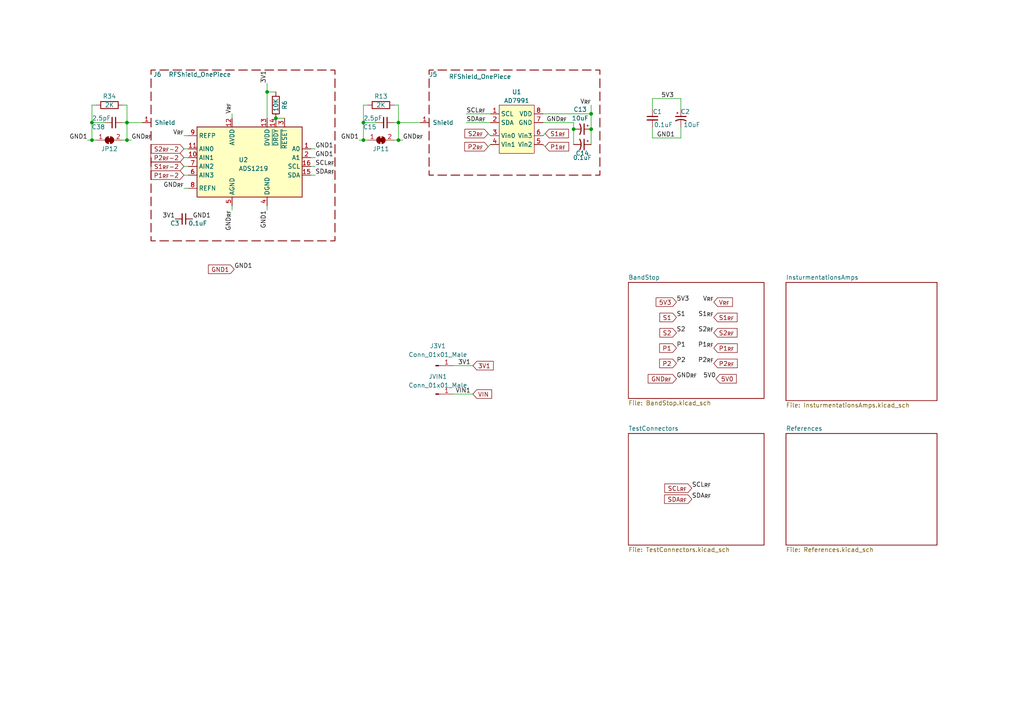
<source format=kicad_sch>
(kicad_sch (version 20211123) (generator eeschema)
  (paper "A4")
  (lib_symbols
    (symbol "ADS1219:ADS1219"
      (property "Reference" "U" (at 0 1.27 0))
      (property "Value" "ADS1219" (at 0 -1.27 0))
      (symbol "ADS1219_0_1"
        (rectangle (start -15.24 10.16) (end 15.24 -10.16) (stroke (width 0.254)) (fill (type background)))
      )
      (symbol "ADS1219_1_1"
        (pin input line (at 17.78 3.81 180) (length 2.54) (name "A0") (number "1"))
        (pin input line (at -17.78 1.27 0) (length 2.54) (name "AIN1") (number "10"))
        (pin input line (at -17.78 3.81 0) (length 2.54) (name "AIN0") (number "11"))
        (pin power_in line (at -5.08 12.7 270) (length 2.54) (name "AVDD") (number "12"))
        (pin power_in line (at 5.08 12.7 270) (length 2.54) (name "DVDD") (number "13"))
        (pin output line (at 7.62 12.7 270) (length 2.54) (name "~{DRDY}") (number "14"))
        (pin output line (at 17.78 -3.81 180) (length 2.54) (name "SDA") (number "15"))
        (pin input line (at 17.78 -1.27 180) (length 2.54) (name "SCL") (number "16"))
        (pin input line (at 17.78 1.27 180) (length 2.54) (name "A1") (number "2"))
        (pin input line (at 10.16 12.7 270) (length 2.54) (name "~{RESET}") (number "3"))
        (pin power_in line (at 5.08 -12.7 90) (length 2.54) (name "DGND") (number "4"))
        (pin power_in line (at -5.08 -12.7 90) (length 2.54) (name "AGND") (number "5"))
        (pin input line (at -17.78 -3.81 0) (length 2.54) (name "AIN3") (number "6"))
        (pin input line (at -17.78 -1.27 0) (length 2.54) (name "AIN2") (number "7"))
        (pin input line (at -17.78 -7.62 0) (length 2.54) (name "REFN") (number "8"))
        (pin input line (at -17.78 7.62 0) (length 2.54) (name "REFP") (number "9"))
      )
    )
    (symbol "Connector:Conn_01x01_Male" (pin_names (offset 1.016) hide)
      (property "Reference" "J" (at 0 2.54 0))
      (property "Value" "Conn_01x01_Male" (at 0 -2.54 0))
      (symbol "Conn_01x01_Male_1_1"
        (polyline (pts (xy 1.27 0) (xy 0.8636 0)) (stroke (width 0.1524)))
        (rectangle (start 0.8636 0.127) (end 0 -0.127) (stroke (width 0.1524)) (fill (type outline)))
        (pin passive line (at 5.08 0 180) (length 3.81) (name "Pin_1") (number "1"))
      )
    )
    (symbol "Device:C_Polarized_Small_US" (pin_numbers hide) (pin_names (offset 0.254) hide)
      (property "Reference" "C" (at 0.254 1.778 0))
      (property "Value" "C_Polarized_Small_US" (at 0.254 -2.032 0))
      (symbol "C_Polarized_Small_US_0_1"
        (polyline (pts (xy -1.524 0.508) (xy 1.524 0.508)) (stroke (width 0.3048)))
        (polyline (pts (xy -1.27 1.524) (xy -0.762 1.524)))
        (polyline (pts (xy -1.016 1.27) (xy -1.016 1.778)))
        (arc (start 1.524 -0.762) (mid 0 -0.3734) (end -1.524 -0.762) (stroke (width 0.3048)))
      )
      (symbol "C_Polarized_Small_US_1_1"
        (pin passive line (at 0 2.54 270) (length 2.032) (name "~") (number "1"))
        (pin passive line (at 0 -2.54 90) (length 2.032) (name "~") (number "2"))
      )
    )
    (symbol "Device:C_Small" (pin_numbers hide) (pin_names (offset 0.254) hide)
      (property "Reference" "C" (at 0.254 1.778 0))
      (property "Value" "C_Small" (at 0.254 -2.032 0))
      (symbol "C_Small_0_1"
        (polyline (pts (xy -1.524 -0.508) (xy 1.524 -0.508)) (stroke (width 0.3302)))
        (polyline (pts (xy -1.524 0.508) (xy 1.524 0.508)) (stroke (width 0.3048)))
      )
      (symbol "C_Small_1_1"
        (pin passive line (at 0 2.54 270) (length 2.032) (name "~") (number "1"))
        (pin passive line (at 0 -2.54 90) (length 2.032) (name "~") (number "2"))
      )
    )
    (symbol "Device:R" (pin_numbers hide) (pin_names (offset 0))
      (property "Reference" "R" (at 2.032 0 90))
      (property "Value" "R" (at 0 0 90))
      (symbol "R_0_1"
        (rectangle (start -1.016 -2.54) (end 1.016 2.54) (stroke (width 0.254)))
      )
      (symbol "R_1_1"
        (pin passive line (at 0 3.81 270) (length 1.27) (name "~") (number "1"))
        (pin passive line (at 0 -3.81 90) (length 1.27) (name "~") (number "2"))
      )
    )
    (symbol "Gardenuino_Custom:AD799x"
      (property "Reference" "U" (at 0 0 0))
      (property "Value" "AD799x" (at 0 -2.54 0))
      (symbol "AD799x_0_1"
        (rectangle (start -5.08 -3.81) (end 5.08 -17.78) (fill (type background)))
      )
      (symbol "AD799x_1_1"
        (pin bidirectional line (at -7.62 -6.35 0) (length 2.54) (name "SCL") (number "1"))
        (pin bidirectional line (at -7.62 -8.89 0) (length 2.54) (name "SDA") (number "2"))
        (pin input line (at -7.62 -12.7 0) (length 2.54) (name "Vin0") (number "3"))
        (pin input line (at -7.62 -15.24 0) (length 2.54) (name "Vin1") (number "4"))
        (pin input line (at 7.62 -15.24 180) (length 2.54) (name "Vin2") (number "5"))
        (pin input line (at 7.62 -12.7 180) (length 2.54) (name "Vin3") (number "6"))
        (pin power_in line (at 7.62 -8.89 180) (length 2.54) (name "GND") (number "7"))
        (pin power_in line (at 7.62 -6.35 180) (length 2.54) (name "VDD") (number "8"))
      )
    )
    (symbol "Jumper:SolderJumper_2_Bridged" (pin_names (offset 0) hide)
      (property "Reference" "JP" (at 0 2.032 0))
      (property "Value" "SolderJumper_2_Bridged" (at 0 -2.54 0))
      (symbol "SolderJumper_2_Bridged_0_1"
        (rectangle (start -0.508 0.508) (end 0.508 -0.508) (fill (type outline)))
        (arc (start -0.254 1.016) (mid -1.27 0) (end -0.254 -1.016))
        (arc (start -0.254 1.016) (mid -1.27 0) (end -0.254 -1.016) (fill (type outline)))
        (polyline (pts (xy -0.254 1.016) (xy -0.254 -1.016)))
        (polyline (pts (xy 0.254 1.016) (xy 0.254 -1.016)))
        (arc (start 0.254 -1.016) (mid 1.27 0) (end 0.254 1.016))
        (arc (start 0.254 -1.016) (mid 1.27 0) (end 0.254 1.016) (fill (type outline)))
      )
      (symbol "SolderJumper_2_Bridged_1_1"
        (pin passive line (at -3.81 0 0) (length 2.54) (name "A") (number "1"))
        (pin passive line (at 3.81 0 180) (length 2.54) (name "B") (number "2"))
      )
    )
    (symbol "RFShield_OnePiece_1" (pin_names (offset 1.016))
      (property "Reference" "J5" (at 1.905 6.985 90))
      (property "Value" "RFShield_OnePiece" (at 5.715 9.525 90))
      (symbol "RFShield_OnePiece_1_0_1"
        (polyline (pts (xy -15.24 -5.08) (xy -15.24 -2.54)) (stroke (width 0.254)))
        (polyline (pts (xy -15.24 -1.27) (xy -15.24 1.27)) (stroke (width 0.254)))
        (polyline (pts (xy -15.24 2.54) (xy -15.24 5.08)) (stroke (width 0.254)))
        (polyline (pts (xy -15.24 6.35) (xy -15.24 8.89)) (stroke (width 0.254)))
        (polyline (pts (xy -15.24 10.16) (xy -15.24 12.7)) (stroke (width 0.254)))
        (polyline (pts (xy -15.24 13.97) (xy -15.24 16.51)) (stroke (width 0.254)))
        (polyline (pts (xy -15.24 17.78) (xy -15.24 20.32)) (stroke (width 0.254)))
        (polyline (pts (xy -15.24 21.59) (xy -15.24 24.13)) (stroke (width 0.254)))
        (polyline (pts (xy -15.24 25.4) (xy -15.24 27.94)) (stroke (width 0.254)))
        (polyline (pts (xy -15.24 29.21) (xy -15.24 31.75)) (stroke (width 0.254)))
        (polyline (pts (xy -15.24 33.02) (xy -15.24 35.56)) (stroke (width 0.254)))
        (polyline (pts (xy -15.24 36.83) (xy -15.24 39.37)) (stroke (width 0.254)))
        (polyline (pts (xy -12.7 41.91) (xy -10.16 41.91)) (stroke (width 0.254)))
        (polyline (pts (xy -10.16 -7.62) (xy -12.7 -7.62)) (stroke (width 0.254)))
        (polyline (pts (xy -6.35 -7.62) (xy -8.89 -7.62)) (stroke (width 0.254)))
        (polyline (pts (xy -6.35 41.91) (xy -8.89 41.91)) (stroke (width 0.254)))
        (polyline (pts (xy -2.54 -7.62) (xy -5.08 -7.62)) (stroke (width 0.254)))
        (polyline (pts (xy -2.54 41.91) (xy -5.08 41.91)) (stroke (width 0.254)))
        (polyline (pts (xy -1.27 -7.62) (xy 1.27 -7.62)) (stroke (width 0.254)))
        (polyline (pts (xy 1.27 41.91) (xy -1.27 41.91)) (stroke (width 0.254)))
        (polyline (pts (xy 2.54 -7.62) (xy 5.08 -7.62)) (stroke (width 0.254)))
        (polyline (pts (xy 5.08 41.91) (xy 2.54 41.91)) (stroke (width 0.254)))
        (polyline (pts (xy 6.35 -7.62) (xy 8.89 -7.62)) (stroke (width 0.254)))
        (polyline (pts (xy 8.89 41.91) (xy 6.35 41.91)) (stroke (width 0.254)))
        (polyline (pts (xy 10.16 -7.62) (xy 12.7 -7.62)) (stroke (width 0.254)))
        (polyline (pts (xy 12.7 41.91) (xy 10.16 41.91)) (stroke (width 0.254)))
        (polyline (pts (xy 15.24 -5.08) (xy 15.24 -2.54)) (stroke (width 0.254)))
        (polyline (pts (xy 15.24 -1.27) (xy 15.24 1.27)) (stroke (width 0.254)))
        (polyline (pts (xy 15.24 2.54) (xy 15.24 5.08)) (stroke (width 0.254)))
        (polyline (pts (xy 15.24 6.35) (xy 15.24 8.89)) (stroke (width 0.254)))
        (polyline (pts (xy 15.24 10.16) (xy 15.24 12.7)) (stroke (width 0.254)))
        (polyline (pts (xy 15.24 13.97) (xy 15.24 16.51)) (stroke (width 0.254)))
        (polyline (pts (xy 15.24 17.78) (xy 15.24 20.32)) (stroke (width 0.254)))
        (polyline (pts (xy 15.24 21.59) (xy 15.24 24.13)) (stroke (width 0.254)))
        (polyline (pts (xy 15.24 25.4) (xy 15.24 27.94)) (stroke (width 0.254)))
        (polyline (pts (xy 15.24 29.21) (xy 15.24 31.75)) (stroke (width 0.254)))
        (polyline (pts (xy 15.24 33.02) (xy 15.24 35.56)) (stroke (width 0.254)))
        (polyline (pts (xy 15.24 36.83) (xy 15.24 39.37)) (stroke (width 0.254)))
        (polyline (pts (xy -15.24 40.64) (xy -15.24 41.91) (xy -13.97 41.91)) (stroke (width 0.254)))
        (polyline (pts (xy -13.97 -7.62) (xy -15.24 -7.62) (xy -15.24 -6.35)) (stroke (width 0.254)))
        (polyline (pts (xy 13.97 -7.62) (xy 15.24 -7.62) (xy 15.24 -6.35)) (stroke (width 0.254)))
        (polyline (pts (xy 15.24 40.64) (xy 15.24 41.91) (xy 13.97 41.91)) (stroke (width 0.254)))
      )
      (symbol "RFShield_OnePiece_1_1_1"
        (pin passive line (at 0 -10.16 90) (length 2.54) (name "Shield") (number "1"))
      )
    )
    (symbol "RFShield_OnePiece_2" (pin_names (offset 1.016))
      (property "Reference" "J6" (at -7.62 13.97 90))
      (property "Value" "RFShield_OnePiece" (at -5.08 13.97 90))
      (symbol "RFShield_OnePiece_2_0_1"
        (polyline (pts (xy -15.24 -5.08) (xy -15.24 -2.54)) (stroke (width 0.254)))
        (polyline (pts (xy -15.24 -1.27) (xy -15.24 1.27)) (stroke (width 0.254)))
        (polyline (pts (xy -15.24 2.54) (xy -15.24 5.08)) (stroke (width 0.254)))
        (polyline (pts (xy -15.24 6.35) (xy -15.24 8.89)) (stroke (width 0.254)))
        (polyline (pts (xy -15.24 10.16) (xy -15.24 12.7)) (stroke (width 0.254)))
        (polyline (pts (xy -15.24 13.97) (xy -15.24 16.51)) (stroke (width 0.254)))
        (polyline (pts (xy -15.24 17.78) (xy -15.24 20.32)) (stroke (width 0.254)))
        (polyline (pts (xy -15.24 21.59) (xy -15.24 24.13)) (stroke (width 0.254)))
        (polyline (pts (xy -15.24 25.4) (xy -15.24 27.94)) (stroke (width 0.254)))
        (polyline (pts (xy -15.24 29.21) (xy -15.24 31.75)) (stroke (width 0.254)))
        (polyline (pts (xy -15.24 33.02) (xy -15.24 35.56)) (stroke (width 0.254)))
        (polyline (pts (xy -15.24 36.83) (xy -15.24 39.37)) (stroke (width 0.254)))
        (polyline (pts (xy -15.24 40.64) (xy -15.24 43.18)) (stroke (width 0.254)))
        (polyline (pts (xy -12.7 45.72) (xy -10.16 45.72)) (stroke (width 0.254)))
        (polyline (pts (xy -10.16 -7.62) (xy -12.7 -7.62)) (stroke (width 0.254)))
        (polyline (pts (xy -6.35 -7.62) (xy -8.89 -7.62)) (stroke (width 0.254)))
        (polyline (pts (xy -6.35 45.72) (xy -8.89 45.72)) (stroke (width 0.254)))
        (polyline (pts (xy -2.54 -7.62) (xy -5.08 -7.62)) (stroke (width 0.254)))
        (polyline (pts (xy -2.54 45.72) (xy -5.08 45.72)) (stroke (width 0.254)))
        (polyline (pts (xy -1.27 -7.62) (xy 1.27 -7.62)) (stroke (width 0.254)))
        (polyline (pts (xy 1.27 45.72) (xy -1.27 45.72)) (stroke (width 0.254)))
        (polyline (pts (xy 2.54 -7.62) (xy 5.08 -7.62)) (stroke (width 0.254)))
        (polyline (pts (xy 5.08 45.72) (xy 2.54 45.72)) (stroke (width 0.254)))
        (polyline (pts (xy 6.35 -7.62) (xy 8.89 -7.62)) (stroke (width 0.254)))
        (polyline (pts (xy 8.89 45.72) (xy 6.35 45.72)) (stroke (width 0.254)))
        (polyline (pts (xy 10.16 -7.62) (xy 12.7 -7.62)) (stroke (width 0.254)))
        (polyline (pts (xy 12.7 45.72) (xy 10.16 45.72)) (stroke (width 0.254)))
        (polyline (pts (xy 16.51 -7.62) (xy 13.97 -7.62)) (stroke (width 0.254)))
        (polyline (pts (xy 16.51 45.72) (xy 13.97 45.72)) (stroke (width 0.254)))
        (polyline (pts (xy 20.32 -7.62) (xy 17.78 -7.62)) (stroke (width 0.254)))
        (polyline (pts (xy 20.32 45.72) (xy 17.78 45.72)) (stroke (width 0.254)))
        (polyline (pts (xy 24.13 -7.62) (xy 21.59 -7.62)) (stroke (width 0.254)))
        (polyline (pts (xy 24.13 45.72) (xy 21.59 45.72)) (stroke (width 0.254)))
        (polyline (pts (xy 27.94 -7.62) (xy 25.4 -7.62)) (stroke (width 0.254)))
        (polyline (pts (xy 27.94 45.72) (xy 25.4 45.72)) (stroke (width 0.254)))
        (polyline (pts (xy 31.75 -7.62) (xy 29.21 -7.62)) (stroke (width 0.254)))
        (polyline (pts (xy 31.75 45.72) (xy 29.21 45.72)) (stroke (width 0.254)))
        (polyline (pts (xy 34.29 -5.08) (xy 34.29 -2.54)) (stroke (width 0.254)))
        (polyline (pts (xy 34.29 -1.27) (xy 34.29 1.27)) (stroke (width 0.254)))
        (polyline (pts (xy 34.29 2.54) (xy 34.29 5.08)) (stroke (width 0.254)))
        (polyline (pts (xy 34.29 6.35) (xy 34.29 8.89)) (stroke (width 0.254)))
        (polyline (pts (xy 34.29 10.16) (xy 34.29 12.7)) (stroke (width 0.254)))
        (polyline (pts (xy 34.29 13.97) (xy 34.29 16.51)) (stroke (width 0.254)))
        (polyline (pts (xy 34.29 17.78) (xy 34.29 20.32)) (stroke (width 0.254)))
        (polyline (pts (xy 34.29 21.59) (xy 34.29 24.13)) (stroke (width 0.254)))
        (polyline (pts (xy 34.29 25.4) (xy 34.29 27.94)) (stroke (width 0.254)))
        (polyline (pts (xy 34.29 29.21) (xy 34.29 31.75)) (stroke (width 0.254)))
        (polyline (pts (xy 34.29 33.02) (xy 34.29 35.56)) (stroke (width 0.254)))
        (polyline (pts (xy 34.29 36.83) (xy 34.29 39.37)) (stroke (width 0.254)))
        (polyline (pts (xy 34.29 40.64) (xy 34.29 43.18)) (stroke (width 0.254)))
        (polyline (pts (xy -15.24 44.45) (xy -15.24 45.72) (xy -13.97 45.72)) (stroke (width 0.254)))
        (polyline (pts (xy -13.97 -7.62) (xy -15.24 -7.62) (xy -15.24 -6.35)) (stroke (width 0.254)))
        (polyline (pts (xy 33.02 -7.62) (xy 34.29 -7.62) (xy 34.29 -6.35)) (stroke (width 0.254)))
        (polyline (pts (xy 34.29 44.45) (xy 34.29 45.72) (xy 33.02 45.72)) (stroke (width 0.254)))
      )
      (symbol "RFShield_OnePiece_2_1_1"
        (pin passive line (at 0 -10.16 90) (length 2.54) (name "Shield") (number "1"))
      )
    )
  )
  (junction (at 77.47 26.67))
  (junction (at 36.83 35.56))
  (junction (at 80.01 34.29))
  (junction (at 105.41 40.64))
  (junction (at 171.45 37.465))
  (junction (at 166.37 37.465))
  (junction (at 36.83 40.64))
  (junction (at 26.67 35.56))
  (junction (at 115.57 40.64))
  (junction (at 115.57 35.56))
  (junction (at 171.45 33.02))
  (junction (at 26.67 40.64))
  (junction (at 105.41 35.56))
  (wire (pts (xy 171.45 33.02) (xy 171.45 37.465)))
  (wire (pts (xy 26.67 40.64) (xy 27.94 40.64)))
  (wire (pts (xy 115.57 35.56) (xy 115.57 40.64)))
  (wire (pts (xy 105.41 30.48) (xy 105.41 35.56)))
  (wire (pts (xy 91.44 43.18) (xy 90.17 43.18)))
  (wire (pts (xy 91.44 45.72) (xy 90.17 45.72)))
  (wire (pts (xy 91.44 48.26) (xy 90.17 48.26)))
  (wire (pts (xy 53.34 43.18) (xy 54.61 43.18)))
  (wire (pts (xy 53.34 50.8) (xy 54.61 50.8)))
  (wire (pts (xy 189.23 40.005) (xy 189.23 36.83)))
  (wire (pts (xy 67.31 33.02) (xy 67.31 34.29)))
  (wire (pts (xy 36.83 30.48) (xy 36.83 35.56)))
  (wire (pts (xy 35.56 40.64) (xy 36.83 40.64)))
  (wire (pts (xy 115.57 40.64) (xy 116.84 40.64)))
  (wire (pts (xy 114.3 30.48) (xy 115.57 30.48)))
  (wire (pts (xy 141.605 38.735) (xy 142.24 39.37)))
  (wire (pts (xy 115.57 35.56) (xy 121.92 35.56)))
  (wire (pts (xy 77.47 60.96) (xy 77.47 59.69)))
  (wire (pts (xy 106.68 30.48) (xy 105.41 30.48)))
  (wire (pts (xy 137.16 106.045) (xy 131.445 106.045)))
  (wire (pts (xy 137.16 114.3) (xy 131.445 114.3)))
  (wire (pts (xy 80.01 34.29) (xy 82.55 34.29)))
  (wire (pts (xy 157.48 35.56) (xy 166.37 35.56)))
  (wire (pts (xy 189.23 28.575) (xy 197.485 28.575)))
  (wire (pts (xy 157.48 41.91) (xy 158.115 42.545)))
  (wire (pts (xy 77.47 26.67) (xy 80.01 26.67)))
  (wire (pts (xy 171.45 30.48) (xy 171.45 33.02)))
  (wire (pts (xy 197.485 40.005) (xy 197.485 36.83)))
  (wire (pts (xy 115.57 30.48) (xy 115.57 35.56)))
  (wire (pts (xy 36.83 40.64) (xy 38.1 40.64)))
  (wire (pts (xy 104.14 40.64) (xy 105.41 40.64)))
  (wire (pts (xy 67.31 60.96) (xy 67.31 59.69)))
  (wire (pts (xy 157.48 39.37) (xy 158.115 38.735)))
  (wire (pts (xy 25.4 40.64) (xy 26.67 40.64)))
  (wire (pts (xy 26.67 30.48) (xy 26.67 35.56)))
  (wire (pts (xy 53.34 39.37) (xy 54.61 39.37)))
  (wire (pts (xy 35.56 35.56) (xy 36.83 35.56)))
  (wire (pts (xy 30.48 35.56) (xy 26.67 35.56)))
  (wire (pts (xy 36.83 35.56) (xy 41.275 35.56)))
  (wire (pts (xy 53.34 54.61) (xy 54.61 54.61)))
  (wire (pts (xy 114.3 40.64) (xy 115.57 40.64)))
  (wire (pts (xy 27.94 30.48) (xy 26.67 30.48)))
  (wire (pts (xy 197.485 28.575) (xy 197.485 31.75)))
  (wire (pts (xy 53.34 45.72) (xy 54.61 45.72)))
  (wire (pts (xy 166.37 37.465) (xy 166.37 41.91)))
  (wire (pts (xy 135.255 33.02) (xy 142.24 33.02)))
  (wire (pts (xy 157.48 33.02) (xy 171.45 33.02)))
  (wire (pts (xy 53.34 48.26) (xy 54.61 48.26)))
  (wire (pts (xy 114.3 35.56) (xy 115.57 35.56)))
  (wire (pts (xy 77.47 26.67) (xy 77.47 34.29)))
  (wire (pts (xy 105.41 40.64) (xy 105.41 35.56)))
  (wire (pts (xy 109.22 35.56) (xy 105.41 35.56)))
  (wire (pts (xy 35.56 30.48) (xy 36.83 30.48)))
  (wire (pts (xy 91.44 50.8) (xy 90.17 50.8)))
  (wire (pts (xy 26.67 35.56) (xy 26.67 40.64)))
  (wire (pts (xy 105.41 40.64) (xy 106.68 40.64)))
  (wire (pts (xy 141.605 42.545) (xy 142.24 41.91)))
  (wire (pts (xy 189.23 40.005) (xy 197.485 40.005)))
  (wire (pts (xy 171.45 37.465) (xy 171.45 41.91)))
  (wire (pts (xy 166.37 35.56) (xy 166.37 37.465)))
  (wire (pts (xy 135.255 35.56) (xy 142.24 35.56)))
  (wire (pts (xy 36.83 35.56) (xy 36.83 40.64)))
  (wire (pts (xy 189.23 28.575) (xy 189.23 31.75)))
  (wire (pts (xy 77.47 24.13) (xy 77.47 26.67)))
  (label "3V1" (at 77.47 24.13 90))
  (label "GND1" (at 55.88 63.5 0))
  (label "GND_{RF}" (at 116.84 40.64 0))
  (label "P1_{RF}" (at 207.01 100.965 180))
  (label "S2" (at 196.215 96.52 0))
  (label "P1" (at 196.215 100.965 0))
  (label "SDA_{RF}" (at 135.255 35.56 0))
  (label "GND1" (at 67.945 78.105 0))
  (label "GND_{RF}" (at 38.1 40.64 0))
  (label "V_{RF}" (at 67.31 33.02 90))
  (label "SCL_{RF}" (at 91.44 48.26 0))
  (label "GND1" (at 91.44 45.72 0))
  (label "P2" (at 196.215 105.41 0))
  (label "GND_{RF}" (at 196.215 109.855 0))
  (label "GND_{RF}" (at 53.34 54.61 180))
  (label "5V3" (at 191.77 28.575 0))
  (label "V_{RF}" (at 53.34 39.37 180))
  (label "S1" (at 196.215 92.075 0))
  (label "V_{RF}" (at 171.45 30.48 180))
  (label "GND_{RF}" (at 67.31 60.96 270))
  (label "GND1" (at 25.4 40.64 180))
  (label "GND_{RF}" (at 164.465 35.56 180))
  (label "3V1" (at 50.8 63.5 180))
  (label "SCL_{RF}" (at 135.255 33.02 0))
  (label "V_{RF}" (at 207.01 87.63 180))
  (label "P2_{RF}" (at 207.01 105.41 180))
  (label "SDA_{RF}" (at 200.66 144.78 0))
  (label "3V1" (at 136.525 106.045 180))
  (label "SCL_{RF}" (at 200.66 141.605 0))
  (label "GND1" (at 77.47 60.96 270))
  (label "SDA_{RF}" (at 91.44 50.8 0))
  (label "5V0" (at 207.645 109.855 180))
  (label "5V3" (at 196.215 87.63 0))
  (label "S1_{RF}" (at 207.01 92.075 180))
  (label "GND1" (at 190.5 40.005 0))
  (label "S2_{RF}" (at 207.01 96.52 180))
  (label "VIN1" (at 136.525 114.3 180))
  (label "GND1" (at 104.14 40.64 180))
  (label "GND1" (at 91.44 43.18 0))
  (global_label "S2_{RF}-2" (shape input) (at 53.34 43.18 180) (property "Intersheet References" "${INTERSHEET_REFS}" (effects hide)))
  (global_label "S2_{RF}" (shape input) (at 207.01 96.52 0) (property "Intersheet References" "${INTERSHEET_REFS}" (effects hide)))
  (global_label "GND1" (shape input) (at 67.945 78.105 180) (property "Intersheet References" "${INTERSHEET_REFS}" (effects hide)))
  (global_label "P2" (shape input) (at 196.215 105.41 180) (property "Intersheet References" "${INTERSHEET_REFS}" (effects hide)))
  (global_label "SCL_{RF}" (shape input) (at 200.66 141.605 180) (property "Intersheet References" "${INTERSHEET_REFS}" (effects hide)))
  (global_label "5V0" (shape input) (at 207.645 109.855 0) (property "Intersheet References" "${INTERSHEET_REFS}" (effects hide)))
  (global_label "S2_{RF}" (shape input) (at 141.605 38.735 180) (property "Intersheet References" "${INTERSHEET_REFS}" (effects hide)))
  (global_label "3V1" (shape input) (at 137.16 106.045 0) (property "Intersheet References" "${INTERSHEET_REFS}" (effects hide)))
  (global_label "S2" (shape input) (at 196.215 96.52 180) (property "Intersheet References" "${INTERSHEET_REFS}" (effects hide)))
  (global_label "GND_{RF}" (shape input) (at 196.215 109.855 180) (property "Intersheet References" "${INTERSHEET_REFS}" (effects hide)))
  (global_label "P2_{RF}-2" (shape input) (at 53.34 45.72 180) (property "Intersheet References" "${INTERSHEET_REFS}" (effects hide)))
  (global_label "S1_{RF}-2" (shape input) (at 53.34 48.26 180) (property "Intersheet References" "${INTERSHEET_REFS}" (effects hide)))
  (global_label "VIN" (shape input) (at 137.16 114.3 0) (property "Intersheet References" "${INTERSHEET_REFS}" (effects hide)))
  (global_label "5V3" (shape input) (at 196.215 87.63 180) (property "Intersheet References" "${INTERSHEET_REFS}" (effects hide)))
  (global_label "P1" (shape input) (at 196.215 100.965 180) (property "Intersheet References" "${INTERSHEET_REFS}" (effects hide)))
  (global_label "S1" (shape input) (at 196.215 92.075 180) (property "Intersheet References" "${INTERSHEET_REFS}" (effects hide)))
  (global_label "P1_{RF}" (shape input) (at 158.115 42.545 0) (property "Intersheet References" "${INTERSHEET_REFS}" (effects hide)))
  (global_label "P2_{RF}" (shape input) (at 207.01 105.41 0) (property "Intersheet References" "${INTERSHEET_REFS}" (effects hide)))
  (global_label "P2_{RF}" (shape input) (at 141.605 42.545 180) (property "Intersheet References" "${INTERSHEET_REFS}" (effects hide)))
  (global_label "S1_{RF}" (shape input) (at 207.01 92.075 0) (property "Intersheet References" "${INTERSHEET_REFS}" (effects hide)))
  (global_label "P1_{RF}" (shape input) (at 207.01 100.965 0) (property "Intersheet References" "${INTERSHEET_REFS}" (effects hide)))
  (global_label "SDA_{RF}" (shape input) (at 200.66 144.78 180) (property "Intersheet References" "${INTERSHEET_REFS}" (effects hide)))
  (global_label "S1_{RF}" (shape input) (at 158.115 38.735 0) (property "Intersheet References" "${INTERSHEET_REFS}" (effects hide)))
  (global_label "P1_{RF}-2" (shape input) (at 53.34 50.8 180) (property "Intersheet References" "${INTERSHEET_REFS}" (effects hide)))
  (global_label "V_{RF}" (shape input) (at 207.01 87.63 0) (property "Intersheet References" "${INTERSHEET_REFS}" (effects hide)))
  (symbol (lib_id "Device:C_Small") (at 53.34 63.5 270) (mirror x) (unit 1)
    (property "Reference" "C3" (at 52.07 64.77 90) (effects (justify right)))
    (property "Value" "0.1uF" (at 54.61 64.77 90) (effects (justify left)))
    (property "Footprint" "Capacitor_SMD:C_0603_1608Metric" (effects hide))
    (property "Part Number" "CL05A104KA5NNNC" (effects hide))
  )
  (symbol (lib_name "RFShield_OnePiece_2") (lib_id "Device:RFShield_OnePiece") (at 51.435 35.56 270) (unit 1)
    (property "Reference" "J6" (at 44.45 21.59 90) (effects (justify left)))
    (property "Value" "RFShield_OnePiece" (at 48.895 21.59 90) (effects (justify left)))
    (property "Footprint" "RF_Shielding:Laird_Technologies_BMI-S-101_13.66x12.70mm" (effects hide))
  )
  (symbol (lib_id "Jumper:SolderJumper_2_Bridged") (at 31.75 40.64 0) (mirror x) (unit 1)
    (property "Reference" "JP12" (at 31.75 43.18 0))
    (property "Value" "SolderJumper_2_Bridged" (effects hide))
    (property "Footprint" "Jumper:SolderJumper-2_P1.3mm_Bridged2Bar_RoundedPad1.0x1.5mm" (effects hide))
  )
  (symbol (lib_id "Device:C_Small") (at 33.02 35.56 270) (mirror x) (unit 1)
    (property "Reference" "C38" (at 30.48 36.83 90) (effects (justify right)))
    (property "Value" "2.5pF" (at 26.67 34.29 90) (effects (justify left)))
    (property "Footprint" "Capacitor_SMD:C_0402_1005Metric" (effects hide))
    (property "Part Number" "CL05C2R5CB5NNNC" (effects hide))
  )
  (symbol (lib_id "Connector:Conn_01x01_Male") (at 126.365 106.045 0) (unit 1)
    (property "Reference" "J3V1" (at 127 100.33 0))
    (property "Value" "Conn_01x01_Male" (at 127 102.87 0))
    (property "Footprint" "Connector_PinHeader_2.54mm:PinHeader_1x01_P2.54mm_Vertical" (effects hide))
  )
  (symbol (lib_id "Device:C_Small") (at 111.76 35.56 270) (mirror x) (unit 1)
    (property "Reference" "C15" (at 109.22 36.83 90) (effects (justify right)))
    (property "Value" "2.5pF" (at 105.41 34.29 90) (effects (justify left)))
    (property "Footprint" "Capacitor_SMD:C_0402_1005Metric" (effects hide))
    (property "Part Number" "CL05C2R5CB5NNNC" (effects hide))
  )
  (symbol (lib_id "Device:C_Polarized_Small_US") (at 197.485 34.29 0) (unit 1)
    (property "Reference" "C2" (at 198.755 32.385 0))
    (property "Value" "10uF" (at 200.66 36.195 0))
    (property "Footprint" "Capacitor_SMD:CP_Elec_3x5.4" (effects hide))
    (property "Part Number" "865090368008 " (effects hide))
  )
  (symbol (lib_id "Device:C_Small") (at 189.23 34.29 0) (unit 1)
    (property "Reference" "C1" (at 190.6564 32.385 0))
    (property "Value" "0.1uF" (at 192.405 36.195 0))
    (property "Footprint" "Capacitor_SMD:C_0603_1608Metric" (effects hide))
    (property "Part Number" "CL05A104KA5NNNC" (effects hide))
  )
  (symbol (lib_id "Jumper:SolderJumper_2_Bridged") (at 110.49 40.64 0) (mirror x) (unit 1)
    (property "Reference" "JP11" (at 110.49 43.18 0))
    (property "Value" "SolderJumper_2_Bridged" (effects hide))
    (property "Footprint" "Jumper:SolderJumper-2_P1.3mm_Bridged2Bar_RoundedPad1.0x1.5mm" (effects hide))
  )
  (symbol (lib_id "Device:R") (at 31.75 30.48 270) (unit 1)
    (property "Reference" "R34" (at 31.75 27.94 90))
    (property "Value" "2K" (at 31.75 30.48 90))
    (property "Footprint" "Resistor_SMD:R_0805_2012Metric" (effects hide))
  )
  (symbol (lib_id "Gardenuino_Custom:AD799x") (at 149.86 26.67 0) (unit 1)
    (property "Reference" "U1" (at 149.86 26.67 0))
    (property "Value" "AD7991" (at 149.86 29.21 0))
    (property "Footprint" "Package_TO_SOT_SMD:SOT-23-8" (effects hide))
    (property "Datasheet" "https://www.analog.com/media/en/technical-documentation/data-sheets/AD7991_7995_7999.pdf" (effects hide))
  )
  (symbol (lib_id "Device:C_Polarized_Small_US") (at 168.91 37.465 270) (unit 1)
    (property "Reference" "C13" (at 168.275 31.75 90))
    (property "Value" "10uF" (at 168.275 34.29 90))
    (property "Footprint" "Capacitor_SMD:C_0603_1608Metric" (effects hide))
    (property "Part Number" "F381A106MMAAH1" (effects hide))
  )
  (symbol (lib_id "ADS1219:ADS1219") (at 72.39 46.99 0) (unit 1)
    (property "Reference" "U2" (at 69.215 46.355 0) (effects (justify left)))
    (property "Value" "ADS1219" (at 69.215 48.895 0) (effects (justify left)))
    (property "Footprint" "Package_SO:TSSOP-16_4.4x5mm_P0.65mm" (effects hide))
    (property "Datasheet" "http://www.ti.com/lit/ds/symlink/ads1219.pdf" (effects hide))
  )
  (symbol (lib_id "Device:C_Polarized_Small_US") (at 168.91 41.91 270) (unit 1)
    (property "Reference" "C14" (at 168.91 44.45 90))
    (property "Value" "0.1uF" (at 168.91 45.72 90))
    (property "Footprint" "Capacitor_SMD:C_0603_1608Metric" (effects hide))
    (property "Part Number" "CL05A104KA5NNNC" (effects hide))
  )
  (symbol (lib_id "Device:R") (at 80.01 30.48 180) (unit 1)
    (property "Reference" "R6" (at 82.55 30.48 90))
    (property "Value" "10K" (at 80.01 30.48 90))
    (property "Footprint" "Resistor_SMD:R_0805_2012Metric" (effects hide))
  )
  (symbol (lib_name "RFShield_OnePiece_1") (lib_id "Device:RFShield_OnePiece") (at 132.08 35.56 270) (unit 1)
    (property "Reference" "J5" (at 124.46 21.59 90) (effects (justify left)))
    (property "Value" "RFShield_OnePiece" (at 130.175 22.225 90) (effects (justify left)))
    (property "Footprint" "RF_Shielding:Laird_Technologies_BMI-S-101_13.66x12.70mm" (effects hide))
  )
  (symbol (lib_id "Connector:Conn_01x01_Male") (at 126.365 114.3 0) (unit 1)
    (property "Reference" "JVIN1" (at 127 109.22 0))
    (property "Value" "Conn_01x01_Male" (at 127 111.76 0))
    (property "Footprint" "Connector_PinHeader_2.54mm:PinHeader_1x01_P2.54mm_Vertical" (effects hide))
  )
  (symbol (lib_id "Device:R") (at 110.49 30.48 270) (unit 1)
    (property "Reference" "R13" (at 110.49 27.94 90))
    (property "Value" "2K" (at 110.49 30.48 90))
    (property "Footprint" "Resistor_SMD:R_0805_2012Metric" (effects hide))
  )
  (sheet (at 182.245 125.73) (size 39.37 32.385) (stroke (width 0.1524))
    (property "Sheet name" "TestConnectors" (at 182.245 125.0184 0) (effects (justify left bottom)))
    (property "Sheet file" "TestConnectors.kicad_sch" (at 182.245 158.6996 0) (effects (justify left top)))
  )
  (sheet (at 227.965 125.73) (size 43.815 32.385) (stroke (width 0.1524))
    (property "Sheet name" "References" (at 227.965 125.0184 0) (effects (justify left bottom)))
    (property "Sheet file" "References.kicad_sch" (at 227.965 158.6996 0) (effects (justify left top)))
  )
  (sheet (at 182.245 81.915) (size 39.37 33.655) (stroke (width 0.1524))
    (property "Sheet name" "BandStop" (at 182.245 81.2034 0) (effects (justify left bottom)))
    (property "Sheet file" "BandStop.kicad_sch" (at 182.245 116.1546 0) (effects (justify left top)))
  )
  (sheet (at 227.965 81.915) (size 43.815 34.29) (stroke (width 0.1524))
    (property "Sheet name" "InsturmentationsAmps" (at 227.965 81.2034 0) (effects (justify left bottom)))
    (property "Sheet file" "InsturmentationsAmps.kicad_sch" (at 227.965 116.7896 0) (effects (justify left top)))
  )
)
</source>
